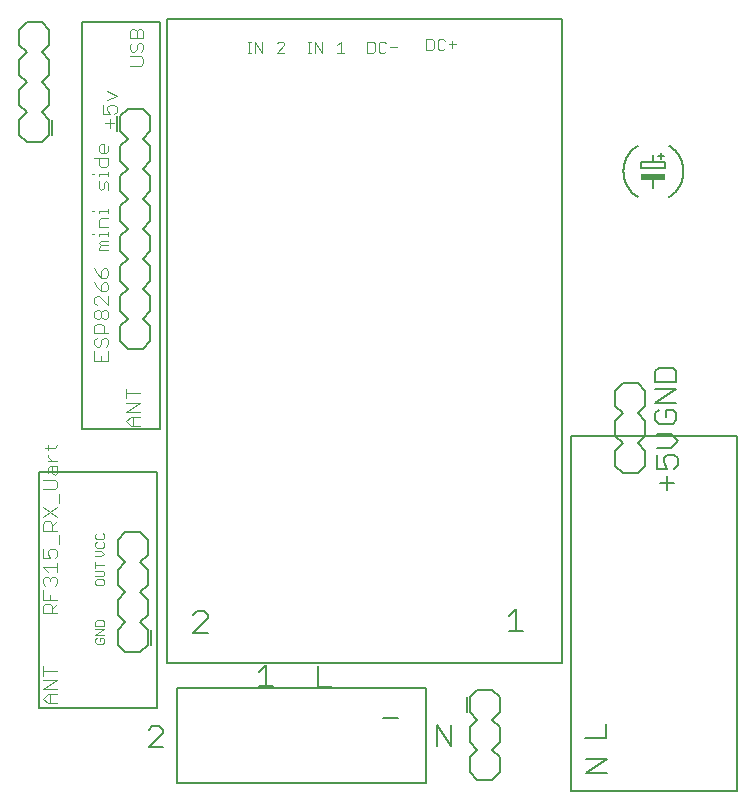
<source format=gto>
G75*
%MOIN*%
%OFA0B0*%
%FSLAX25Y25*%
%IPPOS*%
%LPD*%
%AMOC8*
5,1,8,0,0,1.08239X$1,22.5*
%
%ADD10C,0.00500*%
%ADD11C,0.00300*%
%ADD12C,0.00600*%
%ADD13C,0.00800*%
%ADD14C,0.00400*%
%ADD15R,0.08000X0.02000*%
D10*
X0016157Y0028992D02*
X0055528Y0028992D01*
X0055528Y0107732D01*
X0016157Y0107732D01*
X0016157Y0028992D01*
X0058953Y0044110D02*
X0190685Y0044110D01*
X0190685Y0258677D01*
X0058953Y0258677D01*
X0058953Y0044110D01*
X0062339Y0035685D02*
X0062339Y0004189D01*
X0145331Y0004189D01*
X0145331Y0035685D01*
X0062339Y0035685D01*
X0056591Y0122102D02*
X0030528Y0122102D01*
X0030528Y0257693D01*
X0056591Y0257693D01*
X0056591Y0122102D01*
X0193717Y0119937D02*
X0193717Y0001512D01*
X0248835Y0001512D01*
X0248835Y0119937D01*
X0193717Y0119937D01*
D11*
X0150950Y0248528D02*
X0149716Y0248528D01*
X0149099Y0249145D01*
X0149099Y0251614D01*
X0149716Y0252231D01*
X0150950Y0252231D01*
X0151567Y0251614D01*
X0152782Y0250380D02*
X0155251Y0250380D01*
X0154016Y0251614D02*
X0154016Y0249145D01*
X0151567Y0249145D02*
X0150950Y0248528D01*
X0147884Y0249145D02*
X0147884Y0251614D01*
X0147267Y0252231D01*
X0145416Y0252231D01*
X0145416Y0248528D01*
X0147267Y0248528D01*
X0147884Y0249145D01*
X0135585Y0249435D02*
X0133116Y0249435D01*
X0131902Y0250669D02*
X0131285Y0251286D01*
X0130051Y0251286D01*
X0129433Y0250669D01*
X0129433Y0248200D01*
X0130051Y0247583D01*
X0131285Y0247583D01*
X0131902Y0248200D01*
X0128219Y0248200D02*
X0128219Y0250669D01*
X0127602Y0251286D01*
X0125750Y0251286D01*
X0125750Y0247583D01*
X0127602Y0247583D01*
X0128219Y0248200D01*
X0118085Y0247583D02*
X0115616Y0247583D01*
X0116851Y0247583D02*
X0116851Y0251286D01*
X0115616Y0250052D01*
X0110719Y0251286D02*
X0110719Y0247583D01*
X0108250Y0251286D01*
X0108250Y0247583D01*
X0107029Y0247583D02*
X0105795Y0247583D01*
X0106412Y0247583D02*
X0106412Y0251286D01*
X0105795Y0251286D02*
X0107029Y0251286D01*
X0098085Y0250669D02*
X0097468Y0251286D01*
X0096234Y0251286D01*
X0095616Y0250669D01*
X0098085Y0250669D02*
X0098085Y0250052D01*
X0095616Y0247583D01*
X0098085Y0247583D01*
X0090719Y0247583D02*
X0090719Y0251286D01*
X0088250Y0251286D02*
X0088250Y0247583D01*
X0087029Y0247583D02*
X0085795Y0247583D01*
X0086412Y0247583D02*
X0086412Y0251286D01*
X0085795Y0251286D02*
X0087029Y0251286D01*
X0088250Y0251286D02*
X0090719Y0247583D01*
X0037461Y0087395D02*
X0037937Y0086920D01*
X0037937Y0085969D01*
X0037461Y0085494D01*
X0035560Y0085494D01*
X0035085Y0085969D01*
X0035085Y0086920D01*
X0035560Y0087395D01*
X0035560Y0084495D02*
X0035085Y0084019D01*
X0035085Y0083069D01*
X0035560Y0082593D01*
X0037461Y0082593D01*
X0037937Y0083069D01*
X0037937Y0084019D01*
X0037461Y0084495D01*
X0036986Y0081595D02*
X0035085Y0081595D01*
X0036986Y0081595D02*
X0037937Y0080644D01*
X0036986Y0079693D01*
X0035085Y0079693D01*
X0035085Y0077789D02*
X0035085Y0075887D01*
X0035085Y0076838D02*
X0037937Y0076838D01*
X0037461Y0074888D02*
X0035085Y0074888D01*
X0035085Y0072987D02*
X0037461Y0072987D01*
X0037937Y0073462D01*
X0037937Y0074413D01*
X0037461Y0074888D01*
X0037461Y0071988D02*
X0035560Y0071988D01*
X0035085Y0071513D01*
X0035085Y0070562D01*
X0035560Y0070087D01*
X0037461Y0070087D01*
X0037937Y0070562D01*
X0037937Y0071513D01*
X0037461Y0071988D01*
X0037461Y0058340D02*
X0035560Y0058340D01*
X0035085Y0057864D01*
X0035085Y0056438D01*
X0037937Y0056438D01*
X0037937Y0057864D01*
X0037461Y0058340D01*
X0037937Y0055440D02*
X0035085Y0055440D01*
X0035085Y0053538D02*
X0037937Y0055440D01*
X0037937Y0053538D02*
X0035085Y0053538D01*
X0035560Y0052540D02*
X0035085Y0052064D01*
X0035085Y0051114D01*
X0035560Y0050638D01*
X0037461Y0050638D01*
X0037937Y0051114D01*
X0037937Y0052064D01*
X0037461Y0052540D01*
X0036511Y0052540D01*
X0036511Y0051589D01*
D12*
X0053934Y0023147D02*
X0052767Y0021979D01*
X0053934Y0023147D02*
X0056270Y0023147D01*
X0057437Y0021979D01*
X0057437Y0020812D01*
X0052767Y0016141D01*
X0057437Y0016141D01*
X0089735Y0036535D02*
X0094406Y0036535D01*
X0092070Y0036535D02*
X0092070Y0043541D01*
X0089735Y0041205D01*
X0072447Y0054135D02*
X0067593Y0054135D01*
X0072447Y0058988D01*
X0072447Y0060202D01*
X0071233Y0061415D01*
X0068806Y0061415D01*
X0067593Y0060202D01*
X0109341Y0043147D02*
X0109341Y0036141D01*
X0114012Y0036141D01*
X0148948Y0023580D02*
X0148948Y0016574D01*
X0153618Y0016574D02*
X0153618Y0023580D01*
X0148948Y0023580D02*
X0153618Y0016574D01*
X0172869Y0054922D02*
X0177722Y0054922D01*
X0175295Y0054922D02*
X0175295Y0062202D01*
X0172869Y0059776D01*
X0205109Y0023963D02*
X0205109Y0019292D01*
X0198103Y0019292D01*
X0198537Y0012230D02*
X0205543Y0012230D01*
X0198537Y0007560D01*
X0205543Y0007560D01*
X0225622Y0101891D02*
X0225622Y0106561D01*
X0225622Y0108889D02*
X0224455Y0111224D01*
X0224455Y0112392D01*
X0225622Y0113559D01*
X0227958Y0113559D01*
X0229125Y0112392D01*
X0229125Y0110056D01*
X0227958Y0108889D01*
X0225622Y0108889D02*
X0222119Y0108889D01*
X0222119Y0113559D01*
X0222119Y0115886D02*
X0226790Y0115886D01*
X0229125Y0118222D01*
X0226790Y0120557D01*
X0222119Y0120557D01*
X0222893Y0123859D02*
X0221726Y0125027D01*
X0221726Y0127362D01*
X0222893Y0128530D01*
X0225229Y0128530D02*
X0225229Y0126194D01*
X0225229Y0128530D02*
X0227564Y0128530D01*
X0228731Y0127362D01*
X0228731Y0125027D01*
X0227564Y0123859D01*
X0222893Y0123859D01*
X0221726Y0130857D02*
X0228731Y0135528D01*
X0221726Y0135528D01*
X0221726Y0137855D02*
X0221726Y0141358D01*
X0222893Y0142526D01*
X0227564Y0142526D01*
X0228731Y0141358D01*
X0228731Y0137855D01*
X0221726Y0137855D01*
X0221726Y0130857D02*
X0228731Y0130857D01*
X0227958Y0104226D02*
X0223287Y0104226D01*
X0221079Y0202587D02*
X0221079Y0205587D01*
X0215791Y0199600D02*
X0215585Y0199731D01*
X0215383Y0199868D01*
X0215184Y0200010D01*
X0214988Y0200156D01*
X0214796Y0200307D01*
X0214608Y0200463D01*
X0214424Y0200623D01*
X0214244Y0200788D01*
X0214067Y0200957D01*
X0213895Y0201130D01*
X0213728Y0201308D01*
X0213564Y0201489D01*
X0213405Y0201675D01*
X0213251Y0201864D01*
X0213101Y0202057D01*
X0212956Y0202254D01*
X0212816Y0202454D01*
X0212681Y0202657D01*
X0212551Y0202864D01*
X0212426Y0203074D01*
X0212306Y0203287D01*
X0212192Y0203502D01*
X0212083Y0203721D01*
X0211979Y0203942D01*
X0211880Y0204165D01*
X0211787Y0204391D01*
X0211700Y0204619D01*
X0211618Y0204849D01*
X0211541Y0205081D01*
X0211471Y0205315D01*
X0211406Y0205551D01*
X0211347Y0205788D01*
X0211294Y0206026D01*
X0211246Y0206265D01*
X0211205Y0206506D01*
X0211169Y0206748D01*
X0211139Y0206990D01*
X0211116Y0207233D01*
X0211098Y0207477D01*
X0211086Y0207721D01*
X0211080Y0207965D01*
X0211080Y0208209D01*
X0211086Y0208453D01*
X0211098Y0208697D01*
X0211116Y0208941D01*
X0211139Y0209184D01*
X0211169Y0209426D01*
X0211205Y0209668D01*
X0211246Y0209909D01*
X0211294Y0210148D01*
X0211347Y0210386D01*
X0211406Y0210623D01*
X0211471Y0210859D01*
X0211541Y0211093D01*
X0211618Y0211325D01*
X0211700Y0211555D01*
X0211787Y0211783D01*
X0211880Y0212009D01*
X0211979Y0212232D01*
X0212083Y0212453D01*
X0212192Y0212672D01*
X0212306Y0212887D01*
X0212426Y0213100D01*
X0212551Y0213310D01*
X0212681Y0213517D01*
X0212816Y0213720D01*
X0212956Y0213920D01*
X0213101Y0214117D01*
X0213251Y0214310D01*
X0213405Y0214499D01*
X0213564Y0214685D01*
X0213728Y0214866D01*
X0213895Y0215044D01*
X0214067Y0215217D01*
X0214244Y0215386D01*
X0214424Y0215551D01*
X0214608Y0215711D01*
X0214796Y0215867D01*
X0214988Y0216018D01*
X0215184Y0216164D01*
X0215383Y0216306D01*
X0215585Y0216443D01*
X0215791Y0216574D01*
X0217079Y0211087D02*
X0217079Y0209087D01*
X0225079Y0209087D01*
X0225079Y0211087D01*
X0221079Y0211087D01*
X0217079Y0211087D01*
X0221079Y0211087D02*
X0221079Y0213587D01*
X0222579Y0213087D02*
X0224579Y0213087D01*
X0223579Y0214087D02*
X0223579Y0212087D01*
X0226367Y0216574D02*
X0226573Y0216443D01*
X0226775Y0216306D01*
X0226974Y0216164D01*
X0227170Y0216018D01*
X0227362Y0215867D01*
X0227550Y0215711D01*
X0227734Y0215551D01*
X0227914Y0215386D01*
X0228091Y0215217D01*
X0228263Y0215044D01*
X0228430Y0214866D01*
X0228594Y0214685D01*
X0228753Y0214499D01*
X0228907Y0214310D01*
X0229057Y0214117D01*
X0229202Y0213920D01*
X0229342Y0213720D01*
X0229477Y0213517D01*
X0229607Y0213310D01*
X0229732Y0213100D01*
X0229852Y0212887D01*
X0229966Y0212672D01*
X0230075Y0212453D01*
X0230179Y0212232D01*
X0230278Y0212009D01*
X0230371Y0211783D01*
X0230458Y0211555D01*
X0230540Y0211325D01*
X0230617Y0211093D01*
X0230687Y0210859D01*
X0230752Y0210623D01*
X0230811Y0210386D01*
X0230864Y0210148D01*
X0230912Y0209909D01*
X0230953Y0209668D01*
X0230989Y0209426D01*
X0231019Y0209184D01*
X0231042Y0208941D01*
X0231060Y0208697D01*
X0231072Y0208453D01*
X0231078Y0208209D01*
X0231078Y0207965D01*
X0231072Y0207721D01*
X0231060Y0207477D01*
X0231042Y0207233D01*
X0231019Y0206990D01*
X0230989Y0206748D01*
X0230953Y0206506D01*
X0230912Y0206265D01*
X0230864Y0206026D01*
X0230811Y0205788D01*
X0230752Y0205551D01*
X0230687Y0205315D01*
X0230617Y0205081D01*
X0230540Y0204849D01*
X0230458Y0204619D01*
X0230371Y0204391D01*
X0230278Y0204165D01*
X0230179Y0203942D01*
X0230075Y0203721D01*
X0229966Y0203502D01*
X0229852Y0203287D01*
X0229732Y0203074D01*
X0229607Y0202864D01*
X0229477Y0202657D01*
X0229342Y0202454D01*
X0229202Y0202254D01*
X0229057Y0202057D01*
X0228907Y0201864D01*
X0228753Y0201675D01*
X0228594Y0201489D01*
X0228430Y0201308D01*
X0228263Y0201130D01*
X0228091Y0200957D01*
X0227914Y0200788D01*
X0227734Y0200623D01*
X0227550Y0200463D01*
X0227362Y0200307D01*
X0227170Y0200156D01*
X0226974Y0200010D01*
X0226775Y0199868D01*
X0226573Y0199731D01*
X0226367Y0199600D01*
D13*
X0215783Y0137457D02*
X0210783Y0137457D01*
X0208283Y0134957D01*
X0208283Y0129957D01*
X0210783Y0127457D01*
X0208283Y0124957D01*
X0208283Y0119957D01*
X0210783Y0117457D01*
X0208283Y0114957D01*
X0208283Y0109957D01*
X0210783Y0107457D01*
X0215783Y0107457D01*
X0218283Y0109957D01*
X0218283Y0114957D01*
X0215783Y0117457D01*
X0218283Y0119957D01*
X0218283Y0124957D01*
X0215783Y0127457D01*
X0218283Y0129957D01*
X0218283Y0134957D01*
X0215783Y0137457D01*
X0167280Y0035252D02*
X0162280Y0035252D01*
X0159780Y0032752D01*
X0159780Y0027752D01*
X0162280Y0025252D01*
X0159780Y0022752D01*
X0159780Y0017752D01*
X0162280Y0015252D01*
X0159780Y0012752D01*
X0159780Y0007752D01*
X0162280Y0005252D01*
X0167280Y0005252D01*
X0169780Y0007752D01*
X0169780Y0012752D01*
X0167280Y0015252D01*
X0169780Y0017752D01*
X0169780Y0022752D01*
X0167280Y0025252D01*
X0169780Y0027752D01*
X0169780Y0032752D01*
X0167280Y0035252D01*
X0158780Y0032752D02*
X0158780Y0027752D01*
X0135941Y0025819D02*
X0130941Y0025819D01*
X0053535Y0050193D02*
X0053535Y0055193D01*
X0052535Y0055193D02*
X0052535Y0050193D01*
X0050035Y0047693D01*
X0045035Y0047693D01*
X0042535Y0050193D01*
X0042535Y0055193D01*
X0045035Y0057693D01*
X0042535Y0060193D01*
X0042535Y0065193D01*
X0045035Y0067693D01*
X0042535Y0070193D01*
X0042535Y0075193D01*
X0045035Y0077693D01*
X0042535Y0080193D01*
X0042535Y0085193D01*
X0045035Y0087693D01*
X0050035Y0087693D01*
X0052535Y0085193D01*
X0052535Y0080193D01*
X0050035Y0077693D01*
X0052535Y0075193D01*
X0052535Y0070193D01*
X0050035Y0067693D01*
X0052535Y0065193D01*
X0052535Y0060193D01*
X0050035Y0057693D01*
X0052535Y0055193D01*
X0050862Y0148874D02*
X0045862Y0148874D01*
X0043362Y0151374D01*
X0043362Y0156374D01*
X0045862Y0158874D01*
X0043362Y0161374D01*
X0043362Y0166374D01*
X0045862Y0168874D01*
X0043362Y0171374D01*
X0043362Y0176374D01*
X0045862Y0178874D01*
X0043362Y0181374D01*
X0043362Y0186374D01*
X0045862Y0188874D01*
X0043362Y0191374D01*
X0043362Y0196374D01*
X0045862Y0198874D01*
X0043362Y0201374D01*
X0043362Y0206374D01*
X0045862Y0208874D01*
X0043362Y0211374D01*
X0043362Y0216374D01*
X0045862Y0218874D01*
X0043362Y0221374D01*
X0043362Y0226374D01*
X0045862Y0228874D01*
X0050862Y0228874D01*
X0053362Y0226374D01*
X0053362Y0221374D01*
X0050862Y0218874D01*
X0053362Y0216374D01*
X0053362Y0211374D01*
X0050862Y0208874D01*
X0053362Y0206374D01*
X0053362Y0201374D01*
X0050862Y0198874D01*
X0053362Y0196374D01*
X0053362Y0191374D01*
X0050862Y0188874D01*
X0053362Y0186374D01*
X0053362Y0181374D01*
X0050862Y0178874D01*
X0053362Y0176374D01*
X0053362Y0171374D01*
X0050862Y0168874D01*
X0053362Y0166374D01*
X0053362Y0161374D01*
X0050862Y0158874D01*
X0053362Y0156374D01*
X0053362Y0151374D01*
X0050862Y0148874D01*
X0017161Y0217732D02*
X0012161Y0217732D01*
X0009661Y0220232D01*
X0009661Y0225232D01*
X0012161Y0227732D01*
X0009661Y0230232D01*
X0009661Y0235232D01*
X0012161Y0237732D01*
X0009661Y0240232D01*
X0009661Y0245232D01*
X0012161Y0247732D01*
X0009661Y0250232D01*
X0009661Y0255232D01*
X0012161Y0257732D01*
X0017161Y0257732D01*
X0019661Y0255232D01*
X0019661Y0250232D01*
X0017161Y0247732D01*
X0019661Y0245232D01*
X0019661Y0240232D01*
X0017161Y0237732D01*
X0019661Y0235232D01*
X0019661Y0230232D01*
X0017161Y0227732D01*
X0019661Y0225232D01*
X0019661Y0220232D01*
X0017161Y0217732D01*
X0020661Y0220232D02*
X0020661Y0225232D01*
X0042362Y0226374D02*
X0042362Y0221374D01*
D14*
X0039837Y0222491D02*
X0039837Y0225560D01*
X0039837Y0227094D02*
X0039069Y0228629D01*
X0039069Y0229396D01*
X0039837Y0230164D01*
X0041371Y0230164D01*
X0042139Y0229396D01*
X0042139Y0227862D01*
X0041371Y0227094D01*
X0039837Y0227094D02*
X0037535Y0227094D01*
X0037535Y0230164D01*
X0039069Y0231698D02*
X0042139Y0233233D01*
X0039069Y0234768D01*
X0046472Y0243294D02*
X0050308Y0243294D01*
X0051076Y0244061D01*
X0051076Y0245596D01*
X0050308Y0246363D01*
X0046472Y0246363D01*
X0047239Y0247898D02*
X0048006Y0247898D01*
X0048774Y0248665D01*
X0048774Y0250200D01*
X0049541Y0250967D01*
X0050308Y0250967D01*
X0051076Y0250200D01*
X0051076Y0248665D01*
X0050308Y0247898D01*
X0047239Y0247898D02*
X0046472Y0248665D01*
X0046472Y0250200D01*
X0047239Y0250967D01*
X0046472Y0252502D02*
X0046472Y0254804D01*
X0047239Y0255571D01*
X0048006Y0255571D01*
X0048774Y0254804D01*
X0048774Y0252502D01*
X0048774Y0254804D02*
X0049541Y0255571D01*
X0050308Y0255571D01*
X0051076Y0254804D01*
X0051076Y0252502D01*
X0046472Y0252502D01*
X0041371Y0224025D02*
X0038302Y0224025D01*
X0037809Y0217106D02*
X0037041Y0217106D01*
X0036274Y0216339D01*
X0036274Y0214804D01*
X0037041Y0214037D01*
X0038576Y0214037D01*
X0039343Y0214804D01*
X0039343Y0216339D01*
X0037809Y0217106D02*
X0037809Y0214037D01*
X0039343Y0212502D02*
X0039343Y0210200D01*
X0038576Y0209433D01*
X0037041Y0209433D01*
X0036274Y0210200D01*
X0036274Y0212502D01*
X0034739Y0212502D02*
X0039343Y0212502D01*
X0039343Y0207898D02*
X0039343Y0206364D01*
X0039343Y0207131D02*
X0036274Y0207131D01*
X0036274Y0206364D01*
X0036274Y0204829D02*
X0036274Y0202527D01*
X0037041Y0201760D01*
X0037809Y0202527D01*
X0037809Y0204062D01*
X0038576Y0204829D01*
X0039343Y0204062D01*
X0039343Y0201760D01*
X0034739Y0207131D02*
X0033972Y0207131D01*
X0033972Y0194854D02*
X0034739Y0194854D01*
X0036274Y0194854D02*
X0039343Y0194854D01*
X0039343Y0194087D02*
X0039343Y0195621D01*
X0039343Y0192552D02*
X0037041Y0192552D01*
X0036274Y0191785D01*
X0036274Y0189483D01*
X0039343Y0189483D01*
X0039343Y0187948D02*
X0039343Y0186413D01*
X0039343Y0187181D02*
X0036274Y0187181D01*
X0036274Y0186413D01*
X0037041Y0184879D02*
X0039343Y0184879D01*
X0039343Y0183344D02*
X0037041Y0183344D01*
X0036274Y0184111D01*
X0037041Y0184879D01*
X0037041Y0183344D02*
X0036274Y0182577D01*
X0036274Y0181809D01*
X0039343Y0181809D01*
X0038576Y0175671D02*
X0037809Y0175671D01*
X0037041Y0174903D01*
X0037041Y0172602D01*
X0038576Y0172602D01*
X0039343Y0173369D01*
X0039343Y0174903D01*
X0038576Y0175671D01*
X0035507Y0174136D02*
X0037041Y0172602D01*
X0037809Y0171067D02*
X0037041Y0170300D01*
X0037041Y0167998D01*
X0038576Y0167998D01*
X0039343Y0168765D01*
X0039343Y0170300D01*
X0038576Y0171067D01*
X0037809Y0171067D01*
X0035507Y0169532D02*
X0037041Y0167998D01*
X0036274Y0166463D02*
X0035507Y0166463D01*
X0034739Y0165696D01*
X0034739Y0164161D01*
X0035507Y0163394D01*
X0035507Y0161859D02*
X0034739Y0161092D01*
X0034739Y0159557D01*
X0035507Y0158790D01*
X0036274Y0158790D01*
X0037041Y0159557D01*
X0037041Y0161092D01*
X0037809Y0161859D01*
X0038576Y0161859D01*
X0039343Y0161092D01*
X0039343Y0159557D01*
X0038576Y0158790D01*
X0037809Y0158790D01*
X0037041Y0159557D01*
X0037041Y0161092D02*
X0036274Y0161859D01*
X0035507Y0161859D01*
X0039343Y0163394D02*
X0036274Y0166463D01*
X0039343Y0166463D02*
X0039343Y0163394D01*
X0037041Y0157255D02*
X0037809Y0156488D01*
X0037809Y0154186D01*
X0039343Y0154186D02*
X0034739Y0154186D01*
X0034739Y0156488D01*
X0035507Y0157255D01*
X0037041Y0157255D01*
X0037809Y0152651D02*
X0037041Y0151884D01*
X0037041Y0150349D01*
X0036274Y0149582D01*
X0035507Y0149582D01*
X0034739Y0150349D01*
X0034739Y0151884D01*
X0035507Y0152651D01*
X0037809Y0152651D02*
X0038576Y0152651D01*
X0039343Y0151884D01*
X0039343Y0150349D01*
X0038576Y0149582D01*
X0039343Y0148047D02*
X0039343Y0144978D01*
X0034739Y0144978D01*
X0034739Y0148047D01*
X0037041Y0146513D02*
X0037041Y0144978D01*
X0045409Y0135524D02*
X0045409Y0132455D01*
X0045409Y0130920D02*
X0050013Y0130920D01*
X0045409Y0127851D01*
X0050013Y0127851D01*
X0050013Y0126317D02*
X0046943Y0126317D01*
X0045409Y0124782D01*
X0046943Y0123247D01*
X0050013Y0123247D01*
X0047711Y0123247D02*
X0047711Y0126317D01*
X0050013Y0133990D02*
X0045409Y0133990D01*
X0022257Y0116703D02*
X0021489Y0115935D01*
X0018420Y0115935D01*
X0019187Y0115168D02*
X0019187Y0116703D01*
X0019187Y0113633D02*
X0019187Y0112866D01*
X0020722Y0111331D01*
X0020722Y0109797D02*
X0020722Y0107495D01*
X0021489Y0106727D01*
X0022257Y0107495D01*
X0022257Y0109797D01*
X0019955Y0109797D01*
X0019187Y0109029D01*
X0019187Y0107495D01*
X0017653Y0105193D02*
X0021489Y0105193D01*
X0022257Y0104425D01*
X0022257Y0102891D01*
X0021489Y0102124D01*
X0017653Y0102124D01*
X0023024Y0100589D02*
X0023024Y0097520D01*
X0022257Y0095985D02*
X0017653Y0092916D01*
X0018420Y0091381D02*
X0019955Y0091381D01*
X0020722Y0090614D01*
X0020722Y0088312D01*
X0020722Y0089846D02*
X0022257Y0091381D01*
X0022257Y0092916D02*
X0017653Y0095985D01*
X0018420Y0091381D02*
X0017653Y0090614D01*
X0017653Y0088312D01*
X0022257Y0088312D01*
X0023024Y0086777D02*
X0023024Y0083708D01*
X0021489Y0082173D02*
X0022257Y0081406D01*
X0022257Y0079871D01*
X0021489Y0079104D01*
X0019955Y0079104D02*
X0019187Y0080639D01*
X0019187Y0081406D01*
X0019955Y0082173D01*
X0021489Y0082173D01*
X0019955Y0079104D02*
X0017653Y0079104D01*
X0017653Y0082173D01*
X0017653Y0076035D02*
X0022257Y0076035D01*
X0022257Y0077569D02*
X0022257Y0074500D01*
X0021489Y0072965D02*
X0022257Y0072198D01*
X0022257Y0070663D01*
X0021489Y0069896D01*
X0019955Y0071431D02*
X0019955Y0072198D01*
X0020722Y0072965D01*
X0021489Y0072965D01*
X0019955Y0072198D02*
X0019187Y0072965D01*
X0018420Y0072965D01*
X0017653Y0072198D01*
X0017653Y0070663D01*
X0018420Y0069896D01*
X0017653Y0068361D02*
X0017653Y0065292D01*
X0022257Y0065292D01*
X0022257Y0063757D02*
X0020722Y0062223D01*
X0020722Y0062990D02*
X0020722Y0060688D01*
X0022257Y0060688D02*
X0017653Y0060688D01*
X0017653Y0062990D01*
X0018420Y0063757D01*
X0019955Y0063757D01*
X0020722Y0062990D01*
X0019955Y0065292D02*
X0019955Y0066827D01*
X0019187Y0074500D02*
X0017653Y0076035D01*
X0017653Y0043044D02*
X0017653Y0039975D01*
X0017653Y0041509D02*
X0022257Y0041509D01*
X0022257Y0038440D02*
X0017653Y0038440D01*
X0017653Y0035371D02*
X0022257Y0038440D01*
X0022257Y0035371D02*
X0017653Y0035371D01*
X0019187Y0033836D02*
X0022257Y0033836D01*
X0019955Y0033836D02*
X0019955Y0030767D01*
X0019187Y0030767D02*
X0017653Y0032302D01*
X0019187Y0033836D01*
X0019187Y0030767D02*
X0022257Y0030767D01*
X0022257Y0111331D02*
X0019187Y0111331D01*
X0035507Y0169532D02*
X0034739Y0171067D01*
X0035507Y0174136D02*
X0034739Y0175671D01*
X0034739Y0187181D02*
X0033972Y0187181D01*
X0036274Y0194087D02*
X0036274Y0194854D01*
D15*
X0221079Y0206087D03*
M02*

</source>
